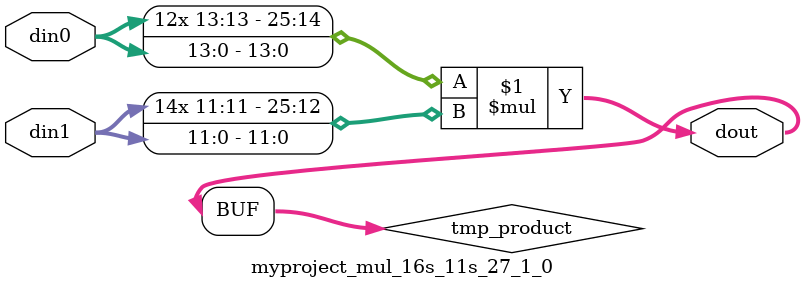
<source format=v>

`timescale 1 ns / 1 ps

  module myproject_mul_16s_11s_27_1_0(din0, din1, dout);
parameter ID = 1;
parameter NUM_STAGE = 0;
parameter din0_WIDTH = 14;
parameter din1_WIDTH = 12;
parameter dout_WIDTH = 26;

input [din0_WIDTH - 1 : 0] din0; 
input [din1_WIDTH - 1 : 0] din1; 
output [dout_WIDTH - 1 : 0] dout;

wire signed [dout_WIDTH - 1 : 0] tmp_product;













assign tmp_product = $signed(din0) * $signed(din1);








assign dout = tmp_product;







endmodule

</source>
